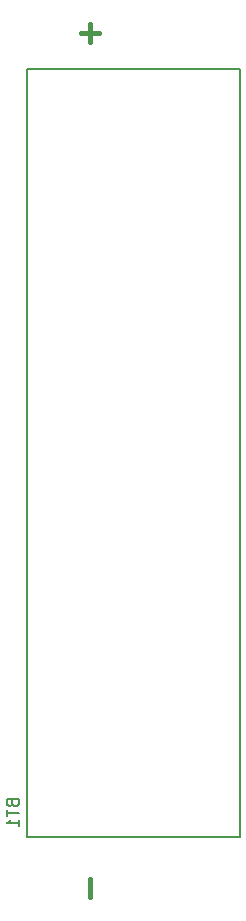
<source format=gbr>
G04 #@! TF.GenerationSoftware,KiCad,Pcbnew,5.0.2-bee76a0~70~ubuntu18.04.1*
G04 #@! TF.CreationDate,2019-05-07T12:57:47+02:00*
G04 #@! TF.ProjectId,pcb_wifi,7063625f-7769-4666-992e-6b696361645f,rev?*
G04 #@! TF.SameCoordinates,Original*
G04 #@! TF.FileFunction,Legend,Bot*
G04 #@! TF.FilePolarity,Positive*
%FSLAX46Y46*%
G04 Gerber Fmt 4.6, Leading zero omitted, Abs format (unit mm)*
G04 Created by KiCad (PCBNEW 5.0.2-bee76a0~70~ubuntu18.04.1) date Di 07 Mai 2019 12:57:47 CEST*
%MOMM*%
%LPD*%
G01*
G04 APERTURE LIST*
%ADD10C,0.150000*%
%ADD11C,0.400000*%
G04 APERTURE END LIST*
D10*
G04 #@! TO.C,BT1*
X56500000Y-52500000D02*
X56500000Y-117500000D01*
X56500000Y-52500000D02*
X74500000Y-52500000D01*
X74500000Y-52500000D02*
X74500000Y-117500000D01*
X74500000Y-117500000D02*
X56500000Y-117500000D01*
X55268571Y-114694285D02*
X55316190Y-114837142D01*
X55363809Y-114884761D01*
X55459047Y-114932380D01*
X55601904Y-114932380D01*
X55697142Y-114884761D01*
X55744761Y-114837142D01*
X55792380Y-114741904D01*
X55792380Y-114360952D01*
X54792380Y-114360952D01*
X54792380Y-114694285D01*
X54840000Y-114789523D01*
X54887619Y-114837142D01*
X54982857Y-114884761D01*
X55078095Y-114884761D01*
X55173333Y-114837142D01*
X55220952Y-114789523D01*
X55268571Y-114694285D01*
X55268571Y-114360952D01*
X54792380Y-115218095D02*
X54792380Y-115789523D01*
X55792380Y-115503809D02*
X54792380Y-115503809D01*
X55792380Y-116646666D02*
X55792380Y-116075238D01*
X55792380Y-116360952D02*
X54792380Y-116360952D01*
X54935238Y-116265714D01*
X55030476Y-116170476D01*
X55078095Y-116075238D01*
D11*
X61832857Y-48678095D02*
X61832857Y-50201904D01*
X62594761Y-49440000D02*
X61070952Y-49440000D01*
X61832857Y-121068095D02*
X61832857Y-122591904D01*
G04 #@! TD*
M02*

</source>
